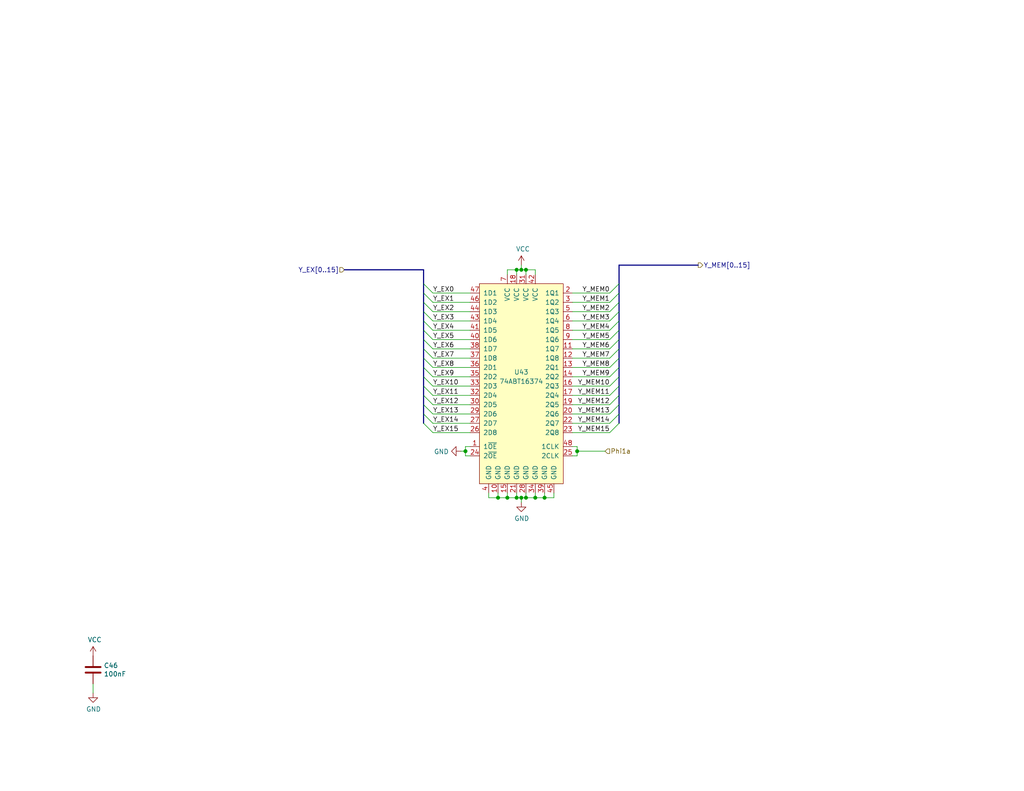
<source format=kicad_sch>
(kicad_sch (version 20230121) (generator eeschema)
  (paper "USLetter")
  (title_block (title "EX/MEM: ALUResult Register") (date "2022-09-25") (rev "C"))
  (lib_symbols
    (symbol "74xx (kicad5):74ABT16374" (pin_names (offset 1.016))
      (property "Reference" "U" (at 0 1.27 0))
      (property "Value" "74ABT16374" (at 0 -1.27 0))
      (symbol "74ABT16374_0_0"
        (pin input line (at -13.97 -20.32 0) (length 2.54) (name "1~{OE}") (number "1"))
        (pin power_in line (at -6.35 -33.02 90) (length 2.54) (name "GND") (number "10"))
        (pin tri_state line (at 13.97 6.35 180) (length 2.54) (name "1Q7") (number "11"))
        (pin tri_state line (at 13.97 3.81 180) (length 2.54) (name "1Q8") (number "12"))
        (pin tri_state line (at 13.97 1.27 180) (length 2.54) (name "2Q1") (number "13"))
        (pin tri_state line (at 13.97 -1.27 180) (length 2.54) (name "2Q2") (number "14"))
        (pin power_in line (at -3.81 -33.02 90) (length 2.54) (name "GND") (number "15"))
        (pin tri_state line (at 13.97 -3.81 180) (length 2.54) (name "2Q3") (number "16"))
        (pin tri_state line (at 13.97 -6.35 180) (length 2.54) (name "2Q4") (number "17"))
        (pin power_in line (at -1.27 26.67 270) (length 2.54) (name "VCC") (number "18"))
        (pin tri_state line (at 13.97 -8.89 180) (length 2.54) (name "2Q5") (number "19"))
        (pin tri_state line (at 13.97 21.59 180) (length 2.54) (name "1Q1") (number "2"))
        (pin tri_state line (at 13.97 -11.43 180) (length 2.54) (name "2Q6") (number "20"))
        (pin power_in line (at -1.27 -33.02 90) (length 2.54) (name "GND") (number "21"))
        (pin tri_state line (at 13.97 -13.97 180) (length 2.54) (name "2Q7") (number "22"))
        (pin tri_state line (at 13.97 -16.51 180) (length 2.54) (name "2Q8") (number "23"))
        (pin input line (at -13.97 -22.86 0) (length 2.54) (name "2~{OE}") (number "24"))
        (pin input line (at 13.97 -22.86 180) (length 2.54) (name "2CLK") (number "25"))
        (pin input line (at -13.97 -16.51 0) (length 2.54) (name "2D8") (number "26"))
        (pin input line (at -13.97 -13.97 0) (length 2.54) (name "2D7") (number "27"))
        (pin power_in line (at 1.27 -33.02 90) (length 2.54) (name "GND") (number "28"))
        (pin input line (at -13.97 -11.43 0) (length 2.54) (name "2D6") (number "29"))
        (pin tri_state line (at 13.97 19.05 180) (length 2.54) (name "1Q2") (number "3"))
        (pin input line (at -13.97 -8.89 0) (length 2.54) (name "2D5") (number "30"))
        (pin power_in line (at 1.27 26.67 270) (length 2.54) (name "VCC") (number "31"))
        (pin input line (at -13.97 -6.35 0) (length 2.54) (name "2D4") (number "32"))
        (pin input line (at -13.97 -3.81 0) (length 2.54) (name "2D3") (number "33"))
        (pin power_in line (at 3.81 -33.02 90) (length 2.54) (name "GND") (number "34"))
        (pin input line (at -13.97 -1.27 0) (length 2.54) (name "2D2") (number "35"))
        (pin input line (at -13.97 1.27 0) (length 2.54) (name "2D1") (number "36"))
        (pin input line (at -13.97 3.81 0) (length 2.54) (name "1D8") (number "37"))
        (pin input line (at -13.97 6.35 0) (length 2.54) (name "1D7") (number "38"))
        (pin power_in line (at 6.35 -33.02 90) (length 2.54) (name "GND") (number "39"))
        (pin power_in line (at -8.89 -33.02 90) (length 2.54) (name "GND") (number "4"))
        (pin input line (at -13.97 8.89 0) (length 2.54) (name "1D6") (number "40"))
        (pin input line (at -13.97 11.43 0) (length 2.54) (name "1D5") (number "41"))
        (pin power_in line (at 3.81 26.67 270) (length 2.54) (name "VCC") (number "42"))
        (pin input line (at -13.97 13.97 0) (length 2.54) (name "1D4") (number "43"))
        (pin input line (at -13.97 16.51 0) (length 2.54) (name "1D3") (number "44"))
        (pin power_in line (at 8.89 -33.02 90) (length 2.54) (name "GND") (number "45"))
        (pin input line (at -13.97 19.05 0) (length 2.54) (name "1D2") (number "46"))
        (pin input line (at -13.97 21.59 0) (length 2.54) (name "1D1") (number "47"))
        (pin input line (at 13.97 -20.32 180) (length 2.54) (name "1CLK") (number "48"))
        (pin tri_state line (at 13.97 16.51 180) (length 2.54) (name "1Q3") (number "5"))
        (pin tri_state line (at 13.97 13.97 180) (length 2.54) (name "1Q4") (number "6"))
        (pin power_in line (at -3.81 26.67 270) (length 2.54) (name "VCC") (number "7"))
        (pin tri_state line (at 13.97 11.43 180) (length 2.54) (name "1Q5") (number "8"))
        (pin tri_state line (at 13.97 8.89 180) (length 2.54) (name "1Q6") (number "9"))
      )
      (symbol "74ABT16374_0_1"
        (rectangle (start -11.43 24.13) (end 11.43 -30.48) (fill (type background)))
      )
    )
    (symbol "Device:C" (pin_numbers hide) (pin_names (offset 0.254))
      (property "Reference" "C" (at 0.635 2.54 0))
      (property "Value" "C" (at 0.635 -2.54 0))
      (symbol "C_0_1"
        (polyline (pts (xy -2.032 -0.762) (xy 2.032 -0.762)) (stroke (width 0.508)))
        (polyline (pts (xy -2.032 0.762) (xy 2.032 0.762)) (stroke (width 0.508)))
      )
      (symbol "C_1_1"
        (pin passive line (at 0 3.81 270) (length 2.794) (name "~") (number "1"))
        (pin passive line (at 0 -3.81 90) (length 2.794) (name "~") (number "2"))
      )
    )
    (symbol "power:GND" (power) (pin_names (offset 0))
      (property "Value" "GND" (at 0 -3.81 0))
      (symbol "GND_0_1"
        (polyline (pts (xy 0 0) (xy 0 -1.27) (xy 1.27 -1.27) (xy 0 -2.54) (xy -1.27 -1.27) (xy 0 -1.27)))
      )
      (symbol "GND_1_1"
        (pin power_in line (at 0 0 270) (length 0) hide (name "GND") (number "1"))
      )
    )
    (symbol "power:VCC" (power) (pin_names (offset 0))
      (property "Value" "VCC" (at 0 3.81 0))
      (symbol "VCC_0_1"
        (polyline (pts (xy -0.762 1.27) (xy 0 2.54)))
        (polyline (pts (xy 0 0) (xy 0 2.54)))
        (polyline (pts (xy 0 2.54) (xy 0.762 1.27)))
      )
      (symbol "VCC_1_1"
        (pin power_in line (at 0 0 90) (length 0) hide (name "VCC") (number "1"))
      )
    )
  )
  (junction (at 157.48 123.19))
  (junction (at 142.24 135.89))
  (junction (at 127 123.19))
  (junction (at 143.51 73.66))
  (junction (at 146.05 135.89))
  (junction (at 148.59 135.89))
  (junction (at 140.97 135.89))
  (junction (at 135.89 135.89))
  (junction (at 140.97 73.66))
  (junction (at 142.24 73.66))
  (junction (at 138.43 135.89))
  (junction (at 143.51 135.89))
  (bus_entry (at 115.57 87.63) (size 2.54 2.54))
  (bus_entry (at 168.91 87.63) (size -2.54 2.54))
  (bus_entry (at 168.91 113.03) (size -2.54 2.54))
  (bus_entry (at 115.57 82.55) (size 2.54 2.54))
  (bus_entry (at 168.91 92.71) (size -2.54 2.54))
  (bus_entry (at 115.57 90.17) (size 2.54 2.54))
  (bus_entry (at 115.57 92.71) (size 2.54 2.54))
  (bus_entry (at 168.91 77.47) (size -2.54 2.54))
  (bus_entry (at 168.91 110.49) (size -2.54 2.54))
  (bus_entry (at 115.57 77.47) (size 2.54 2.54))
  (bus_entry (at 115.57 110.49) (size 2.54 2.54))
  (bus_entry (at 168.91 85.09) (size -2.54 2.54))
  (bus_entry (at 115.57 102.87) (size 2.54 2.54))
  (bus_entry (at 115.57 97.79) (size 2.54 2.54))
  (bus_entry (at 168.91 80.01) (size -2.54 2.54))
  (bus_entry (at 168.91 115.57) (size -2.54 2.54))
  (bus_entry (at 168.91 105.41) (size -2.54 2.54))
  (bus_entry (at 115.57 105.41) (size 2.54 2.54))
  (bus_entry (at 168.91 90.17) (size -2.54 2.54))
  (bus_entry (at 115.57 113.03) (size 2.54 2.54))
  (bus_entry (at 115.57 100.33) (size 2.54 2.54))
  (bus_entry (at 115.57 95.25) (size 2.54 2.54))
  (bus_entry (at 168.91 102.87) (size -2.54 2.54))
  (bus_entry (at 115.57 80.01) (size 2.54 2.54))
  (bus_entry (at 168.91 100.33) (size -2.54 2.54))
  (bus_entry (at 168.91 107.95) (size -2.54 2.54))
  (bus_entry (at 168.91 82.55) (size -2.54 2.54))
  (bus_entry (at 115.57 107.95) (size 2.54 2.54))
  (bus_entry (at 168.91 97.79) (size -2.54 2.54))
  (bus_entry (at 115.57 115.57) (size 2.54 2.54))
  (bus_entry (at 115.57 85.09) (size 2.54 2.54))
  (bus_entry (at 168.91 95.25) (size -2.54 2.54))
  (wire (pts (xy 135.89 135.89) (xy 138.43 135.89)))
  (bus (pts (xy 168.91 85.09) (xy 168.91 87.63)))
  (bus (pts (xy 93.98 73.66) (xy 115.57 73.66)))
  (wire (pts (xy 166.37 100.33) (xy 156.21 100.33)))
  (wire (pts (xy 166.37 80.01) (xy 156.21 80.01)))
  (wire (pts (xy 143.51 73.66) (xy 146.05 73.66)))
  (bus (pts (xy 115.57 113.03) (xy 115.57 115.57)))
  (wire (pts (xy 146.05 73.66) (xy 146.05 74.93)))
  (wire (pts (xy 166.37 82.55) (xy 156.21 82.55)))
  (wire (pts (xy 166.37 115.57) (xy 156.21 115.57)))
  (bus (pts (xy 168.91 87.63) (xy 168.91 90.17)))
  (wire (pts (xy 138.43 73.66) (xy 140.97 73.66)))
  (wire (pts (xy 140.97 135.89) (xy 142.24 135.89)))
  (bus (pts (xy 115.57 97.79) (xy 115.57 100.33)))
  (bus (pts (xy 168.91 107.95) (xy 168.91 110.49)))
  (bus (pts (xy 115.57 107.95) (xy 115.57 110.49)))
  (bus (pts (xy 190.5 72.39) (xy 168.91 72.39)))
  (wire (pts (xy 118.11 118.11) (xy 128.27 118.11)))
  (wire (pts (xy 118.11 105.41) (xy 128.27 105.41)))
  (wire (pts (xy 118.11 115.57) (xy 128.27 115.57)))
  (wire (pts (xy 142.24 72.39) (xy 142.24 73.66)))
  (bus (pts (xy 168.91 110.49) (xy 168.91 113.03)))
  (wire (pts (xy 140.97 73.66) (xy 142.24 73.66)))
  (wire (pts (xy 148.59 135.89) (xy 151.13 135.89)))
  (wire (pts (xy 142.24 135.89) (xy 143.51 135.89)))
  (wire (pts (xy 133.35 135.89) (xy 135.89 135.89)))
  (wire (pts (xy 118.11 95.25) (xy 128.27 95.25)))
  (wire (pts (xy 135.89 134.62) (xy 135.89 135.89)))
  (bus (pts (xy 168.91 95.25) (xy 168.91 97.79)))
  (wire (pts (xy 157.48 123.19) (xy 157.48 124.46)))
  (wire (pts (xy 138.43 134.62) (xy 138.43 135.89)))
  (wire (pts (xy 166.37 102.87) (xy 156.21 102.87)))
  (wire (pts (xy 127 124.46) (xy 128.27 124.46)))
  (bus (pts (xy 168.91 72.39) (xy 168.91 77.47)))
  (wire (pts (xy 166.37 90.17) (xy 156.21 90.17)))
  (bus (pts (xy 168.91 100.33) (xy 168.91 102.87)))
  (bus (pts (xy 115.57 92.71) (xy 115.57 95.25)))
  (bus (pts (xy 115.57 102.87) (xy 115.57 105.41)))
  (wire (pts (xy 118.11 97.79) (xy 128.27 97.79)))
  (wire (pts (xy 157.48 124.46) (xy 156.21 124.46)))
  (wire (pts (xy 127 121.92) (xy 127 123.19)))
  (wire (pts (xy 118.11 90.17) (xy 128.27 90.17)))
  (wire (pts (xy 118.11 113.03) (xy 128.27 113.03)))
  (wire (pts (xy 166.37 107.95) (xy 156.21 107.95)))
  (wire (pts (xy 156.21 121.92) (xy 157.48 121.92)))
  (bus (pts (xy 115.57 90.17) (xy 115.57 92.71)))
  (bus (pts (xy 168.91 90.17) (xy 168.91 92.71)))
  (bus (pts (xy 115.57 100.33) (xy 115.57 102.87)))
  (wire (pts (xy 166.37 118.11) (xy 156.21 118.11)))
  (wire (pts (xy 25.4 189.23) (xy 25.4 186.69)))
  (wire (pts (xy 118.11 100.33) (xy 128.27 100.33)))
  (wire (pts (xy 157.48 121.92) (xy 157.48 123.19)))
  (wire (pts (xy 140.97 134.62) (xy 140.97 135.89)))
  (wire (pts (xy 166.37 92.71) (xy 156.21 92.71)))
  (wire (pts (xy 146.05 135.89) (xy 148.59 135.89)))
  (wire (pts (xy 127 123.19) (xy 127 124.46)))
  (bus (pts (xy 115.57 73.66) (xy 115.57 77.47)))
  (bus (pts (xy 115.57 80.01) (xy 115.57 82.55)))
  (bus (pts (xy 115.57 110.49) (xy 115.57 113.03)))
  (wire (pts (xy 166.37 105.41) (xy 156.21 105.41)))
  (wire (pts (xy 118.11 82.55) (xy 128.27 82.55)))
  (bus (pts (xy 168.91 113.03) (xy 168.91 115.57)))
  (wire (pts (xy 127 123.19) (xy 125.73 123.19)))
  (wire (pts (xy 133.35 134.62) (xy 133.35 135.89)))
  (wire (pts (xy 118.11 87.63) (xy 128.27 87.63)))
  (wire (pts (xy 157.48 123.19) (xy 165.1 123.19)))
  (wire (pts (xy 118.11 102.87) (xy 128.27 102.87)))
  (wire (pts (xy 140.97 74.93) (xy 140.97 73.66)))
  (wire (pts (xy 142.24 135.89) (xy 142.24 137.16)))
  (bus (pts (xy 115.57 95.25) (xy 115.57 97.79)))
  (wire (pts (xy 142.24 73.66) (xy 143.51 73.66)))
  (wire (pts (xy 166.37 95.25) (xy 156.21 95.25)))
  (wire (pts (xy 151.13 135.89) (xy 151.13 134.62)))
  (wire (pts (xy 118.11 107.95) (xy 128.27 107.95)))
  (wire (pts (xy 166.37 113.03) (xy 156.21 113.03)))
  (bus (pts (xy 115.57 87.63) (xy 115.57 90.17)))
  (bus (pts (xy 168.91 82.55) (xy 168.91 85.09)))
  (bus (pts (xy 115.57 82.55) (xy 115.57 85.09)))
  (wire (pts (xy 138.43 135.89) (xy 140.97 135.89)))
  (wire (pts (xy 146.05 134.62) (xy 146.05 135.89)))
  (wire (pts (xy 128.27 121.92) (xy 127 121.92)))
  (bus (pts (xy 168.91 92.71) (xy 168.91 95.25)))
  (bus (pts (xy 115.57 85.09) (xy 115.57 87.63)))
  (wire (pts (xy 143.51 134.62) (xy 143.51 135.89)))
  (bus (pts (xy 168.91 102.87) (xy 168.91 105.41)))
  (wire (pts (xy 166.37 97.79) (xy 156.21 97.79)))
  (wire (pts (xy 138.43 74.93) (xy 138.43 73.66)))
  (bus (pts (xy 115.57 77.47) (xy 115.57 80.01)))
  (bus (pts (xy 168.91 105.41) (xy 168.91 107.95)))
  (wire (pts (xy 118.11 85.09) (xy 128.27 85.09)))
  (bus (pts (xy 115.57 105.41) (xy 115.57 107.95)))
  (wire (pts (xy 143.51 74.93) (xy 143.51 73.66)))
  (wire (pts (xy 148.59 134.62) (xy 148.59 135.89)))
  (wire (pts (xy 143.51 135.89) (xy 146.05 135.89)))
  (bus (pts (xy 168.91 80.01) (xy 168.91 82.55)))
  (wire (pts (xy 118.11 110.49) (xy 128.27 110.49)))
  (wire (pts (xy 166.37 85.09) (xy 156.21 85.09)))
  (bus (pts (xy 168.91 77.47) (xy 168.91 80.01)))
  (wire (pts (xy 166.37 110.49) (xy 156.21 110.49)))
  (bus (pts (xy 168.91 97.79) (xy 168.91 100.33)))
  (wire (pts (xy 118.11 80.01) (xy 128.27 80.01)))
  (wire (pts (xy 166.37 87.63) (xy 156.21 87.63)))
  (wire (pts (xy 118.11 92.71) (xy 128.27 92.71)))
  (label "Y_MEM11" (at 166.37 107.95 180))
  (label "Y_EX1" (at 118.11 82.55 0))
  (label "Y_MEM1" (at 166.37 82.55 180))
  (label "Y_MEM9" (at 166.37 102.87 180))
  (label "Y_EX5" (at 118.11 92.71 0))
  (label "Y_MEM2" (at 166.37 85.09 180))
  (label "Y_MEM6" (at 166.37 95.25 180))
  (label "Y_EX14" (at 118.11 115.57 0))
  (label "Y_EX3" (at 118.11 87.63 0))
  (label "Y_MEM4" (at 166.37 90.17 180))
  (label "Y_EX8" (at 118.11 100.33 0))
  (label "Y_MEM8" (at 166.37 100.33 180))
  (label "Y_EX4" (at 118.11 90.17 0))
  (label "Y_EX0" (at 118.11 80.01 0))
  (label "Y_EX11" (at 118.11 107.95 0))
  (label "Y_EX7" (at 118.11 97.79 0))
  (label "Y_EX10" (at 118.11 105.41 0))
  (label "Y_EX9" (at 118.11 102.87 0))
  (label "Y_EX6" (at 118.11 95.25 0))
  (label "Y_MEM3" (at 166.37 87.63 180))
  (label "Y_EX13" (at 118.11 113.03 0))
  (label "Y_MEM10" (at 166.37 105.41 180))
  (label "Y_MEM7" (at 166.37 97.79 180))
  (label "Y_MEM15" (at 166.37 118.11 180))
  (label "Y_EX2" (at 118.11 85.09 0))
  (label "Y_MEM12" (at 166.37 110.49 180))
  (label "Y_EX12" (at 118.11 110.49 0))
  (label "Y_EX15" (at 118.11 118.11 0))
  (label "Y_MEM14" (at 166.37 115.57 180))
  (label "Y_MEM5" (at 166.37 92.71 180))
  (label "Y_MEM0" (at 166.37 80.01 180))
  (label "Y_MEM13" (at 166.37 113.03 180))
  (hierarchical_label "Phi1a" (shape input) (at 165.1 123.19 0))
  (hierarchical_label "Y_EX[0..15]" (shape input) (at 93.98 73.66 180))
  (hierarchical_label "Y_MEM[0..15]" (shape output) (at 190.5 72.39 0))
  (symbol (lib_id "Device:C") (at 25.4 182.88 0) (unit 1)
    (property "Reference" "C46" (at 28.321 181.7116 0) (effects (justify left)))
    (property "Value" "100nF" (at 28.321 184.023 0) (effects (justify left)))
    (property "Footprint" "Capacitor_SMD:C_0603_1608Metric_Pad1.08x0.95mm_HandSolder" (effects hide))
    (property "Mouser" "https://www.mouser.com/ProductDetail/963-EMK107B7104KAHT" (effects hide))
  )
  (symbol (lib_id "power:VCC") (at 25.4 179.07 0) (unit 1)
    (property "Reference" "#PWR0252" (effects hide))
    (property "Value" "VCC" (at 25.8318 174.6758 0))
  )
  (symbol (lib_id "power:GND") (at 25.4 189.23 0) (unit 1)
    (property "Reference" "#PWR0253" (effects hide))
    (property "Value" "GND" (at 25.527 193.6242 0))
  )
  (symbol (lib_id "power:GND") (at 125.73 123.19 270) (unit 1)
    (property "Reference" "#PWR0254" (effects hide))
    (property "Value" "GND" (at 122.4788 123.317 90) (effects (justify right)))
  )
  (symbol (lib_id "power:VCC") (at 142.24 72.39 0) (unit 1)
    (property "Reference" "#PWR0255" (effects hide))
    (property "Value" "VCC" (at 142.6718 67.9958 0))
  )
  (symbol (lib_id "power:GND") (at 142.24 137.16 0) (unit 1)
    (property "Reference" "#PWR0256" (effects hide))
    (property "Value" "GND" (at 142.367 141.5542 0))
  )
  (symbol (lib_id "74xx (kicad5):74ABT16374") (at 142.24 101.6 0) (unit 1)
    (property "Reference" "U43" (at 142.24 101.6 0))
    (property "Value" "74ABT16374" (at 142.24 104.14 0))
    (property "Footprint" "Package_SO:TSSOP-48_6.1x12.5mm_P0.5mm" (effects hide))
    (property "Datasheet" "https://www.ti.com/lit/ds/symlink/sn74abt16374a.pdf?HQS=dis-mous-null-mousermode-dsf-pf-null-wwe&ts=1617318801237" (effects hide))
    (property "Mouser" "https://www.mouser.com/ProductDetail/Texas-Instruments/SN74ABT16374ADGGR?qs=%2Fha2pyFadui8Wf%2F61v2joCyY9bOa3peBR5btn0VUHs8%3D" (effects hide))
  )
)
</source>
